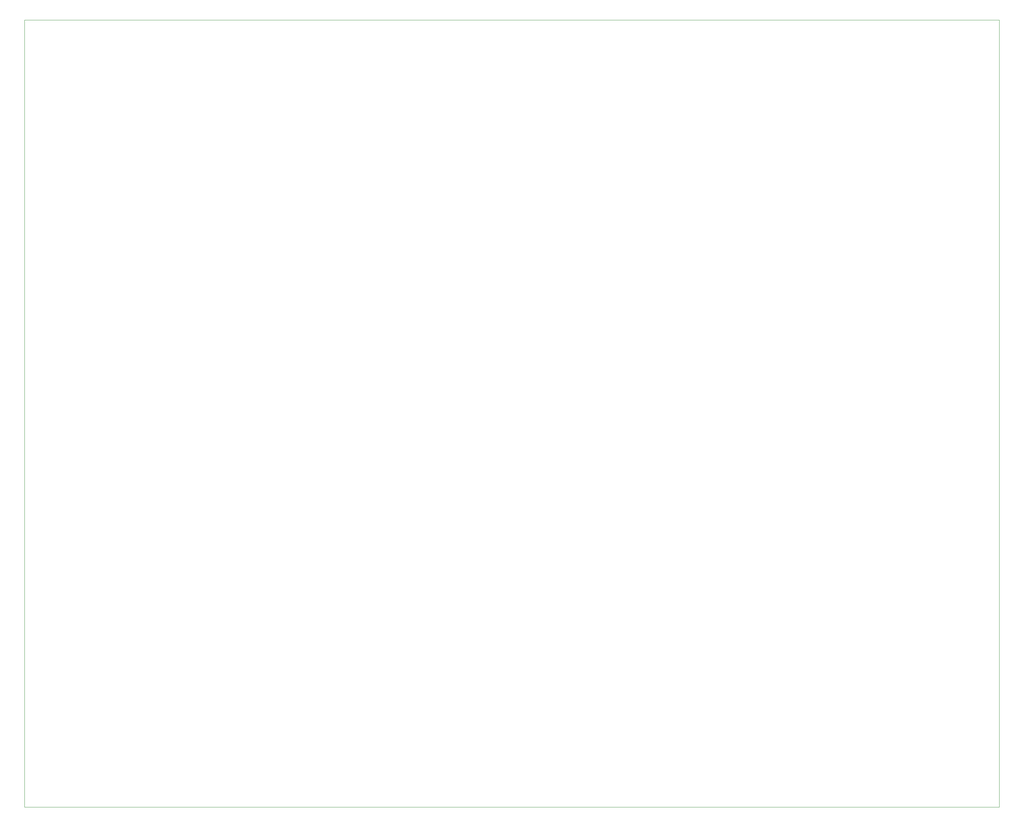
<source format=gbr>
%TF.GenerationSoftware,KiCad,Pcbnew,(6.0.5-0)*%
%TF.CreationDate,2022-05-19T11:08:02-04:00*%
%TF.ProjectId,viper,76697065-722e-46b6-9963-61645f706362,rev?*%
%TF.SameCoordinates,Original*%
%TF.FileFunction,Profile,NP*%
%FSLAX46Y46*%
G04 Gerber Fmt 4.6, Leading zero omitted, Abs format (unit mm)*
G04 Created by KiCad (PCBNEW (6.0.5-0)) date 2022-05-19 11:08:02*
%MOMM*%
%LPD*%
G01*
G04 APERTURE LIST*
%TA.AperFunction,Profile*%
%ADD10C,0.100000*%
%TD*%
G04 APERTURE END LIST*
D10*
X76412000Y-39145700D02*
X315934000Y-39145700D01*
X315934000Y-39145700D02*
X315934000Y-232820700D01*
X315934000Y-232820700D02*
X76412000Y-232820700D01*
X76412000Y-232820700D02*
X76412000Y-39145700D01*
M02*

</source>
